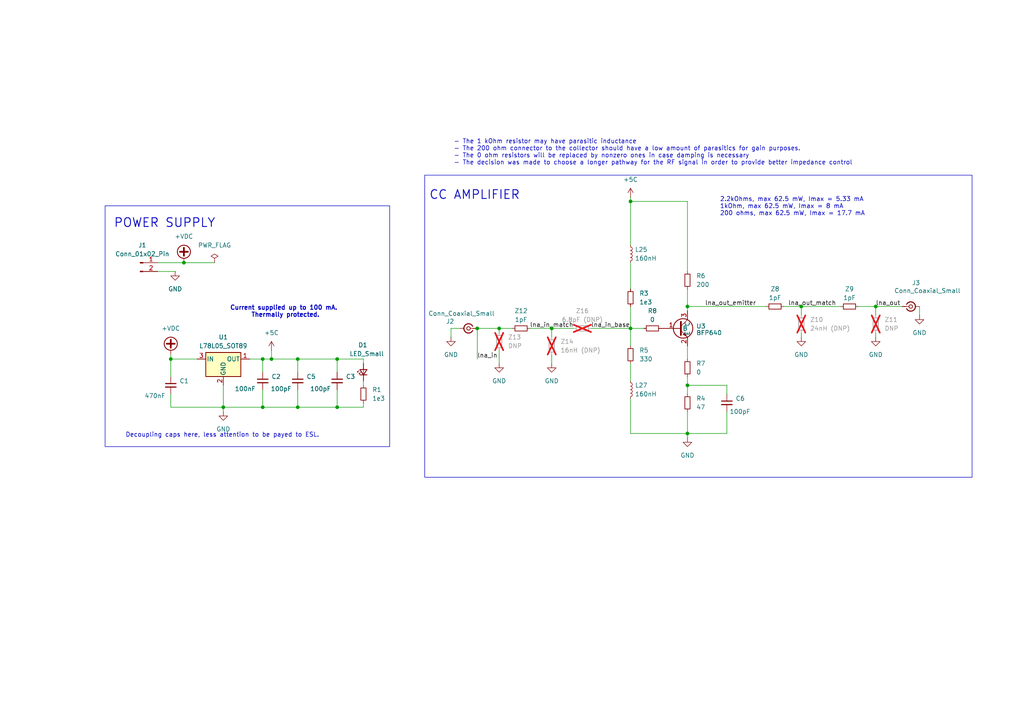
<source format=kicad_sch>
(kicad_sch (version 20231120) (generator "eeschema") (generator_version "8.0")
  (paper "A4")
  (lib_symbols
    (symbol "BFP640_1"
      (property "Reference" "U" (at 4.064 -0.762 0))
      (symbol "BFP640_1_0_1"
        (circle (center -1.27 0) (radius 2.8194) (stroke (width 0.254)))
        (polyline (pts (xy -1.905 0.635) (xy 0 2.54)))
        (polyline (pts (xy -1.905 -0.635) (xy 0 -2.54) (xy 0 -2.54)))
        (polyline (pts (xy -1.905 1.905) (xy -1.905 -1.905) (xy -1.905 -1.905)) (stroke (width 0.508)))
        (polyline (pts (xy -1.27 -1.778) (xy -0.762 -1.27) (xy -0.254 -2.286) (xy -1.27 -1.778) (xy -1.27 -1.778)) (fill (type outline)))
      )
      (symbol "BFP640_1_1_1"
        (pin input line (at -7.62 0 0) (length 5.715) (name "B") (number "1"))
        (pin passive line (at 0 -5.08 90) (length 2.54) (name "E") (number "2"))
        (pin passive line (at 0 5.08 270) (length 2.54) (name "C") (number "3"))
      )
    )
    (symbol "Connector:Conn_01x02_Pin" (pin_names (offset 1.016) hide)
      (property "Reference" "J" (at 0 2.54 0))
      (property "Value" "Conn_01x02_Pin" (at 0 -5.08 0))
      (symbol "Conn_01x02_Pin_1_1"
        (polyline (pts (xy 1.27 -2.54) (xy 0.8636 -2.54)) (stroke (width 0.1524)))
        (polyline (pts (xy 1.27 0) (xy 0.8636 0)) (stroke (width 0.1524)))
        (rectangle (start 0.8636 -2.413) (end 0 -2.667) (stroke (width 0.1524)) (fill (type outline)))
        (rectangle (start 0.8636 0.127) (end 0 -0.127) (stroke (width 0.1524)) (fill (type outline)))
        (pin passive line (at 5.08 0 180) (length 3.81) (name "Pin_1") (number "1"))
        (pin passive line (at 5.08 -2.54 180) (length 3.81) (name "Pin_2") (number "2"))
      )
    )
    (symbol "Connector:Conn_Coaxial_Small" (pin_numbers hide) (pin_names (offset 1.016) hide)
      (property "Reference" "J" (at 0.254 3.048 0))
      (property "Value" "Conn_Coaxial_Small" (at 0 -3.81 0))
      (symbol "Conn_Coaxial_Small_0_1"
        (polyline (pts (xy -2.54 0) (xy -0.508 0)))
        (circle (center 0 0) (radius 0.508) (stroke (width 0.2032)))
      )
      (symbol "Conn_Coaxial_Small_1_1"
        (arc (start -1.1916 -0.6311) (mid 0.327 -1.3081) (end 1.3484 0.0039) (stroke (width 0.3048)))
        (arc (start 1.3484 -0.0039) (mid 0.327 1.3081) (end -1.1916 0.6311) (stroke (width 0.3048)))
        (pin passive line (at -2.54 0 0) (length 1.27) (name "In") (number "1"))
        (pin passive line (at 2.54 0 180) (length 1.27) (name "Ext") (number "2"))
      )
    )
    (symbol "Device:C_Small" (pin_numbers hide) (pin_names (offset 0.254) hide)
      (property "Reference" "C" (at 0.254 1.778 0))
      (property "Value" "C_Small" (at 0.254 -2.032 0))
      (symbol "C_Small_0_1"
        (polyline (pts (xy -1.524 -0.508) (xy 1.524 -0.508)) (stroke (width 0.3302)))
        (polyline (pts (xy -1.524 0.508) (xy 1.524 0.508)) (stroke (width 0.3048)))
      )
      (symbol "C_Small_1_1"
        (pin passive line (at 0 2.54 270) (length 2.032) (name "~") (number "1"))
        (pin passive line (at 0 -2.54 90) (length 2.032) (name "~") (number "2"))
      )
    )
    (symbol "Device:LED_Small" (pin_numbers hide) (pin_names (offset 0.254) hide)
      (property "Reference" "D" (at -1.27 3.175 0))
      (property "Value" "LED_Small" (at -4.445 -2.54 0))
      (symbol "LED_Small_0_1"
        (polyline (pts (xy -0.762 -1.016) (xy -0.762 1.016)) (stroke (width 0.254)))
        (polyline (pts (xy 1.016 0) (xy -0.762 0)))
        (polyline (pts (xy 0.762 -1.016) (xy -0.762 0) (xy 0.762 1.016) (xy 0.762 -1.016)) (stroke (width 0.254)))
        (polyline (pts (xy 0 0.762) (xy -0.508 1.27) (xy -0.254 1.27) (xy -0.508 1.27) (xy -0.508 1.016)))
        (polyline (pts (xy 0.508 1.27) (xy 0 1.778) (xy 0.254 1.778) (xy 0 1.778) (xy 0 1.524)))
      )
      (symbol "LED_Small_1_1"
        (pin passive line (at -2.54 0 0) (length 1.778) (name "K") (number "1"))
        (pin passive line (at 2.54 0 180) (length 1.778) (name "A") (number "2"))
      )
    )
    (symbol "Device:L_Small" (pin_numbers hide) (pin_names (offset 0.254) hide)
      (property "Reference" "L" (at 0.762 1.016 0))
      (property "Value" "L_Small" (at 0.762 -1.016 0))
      (symbol "L_Small_0_1"
        (arc (start 0 -2.032) (mid 0.5058 -1.524) (end 0 -1.016))
        (arc (start 0 -1.016) (mid 0.5058 -0.508) (end 0 0))
        (arc (start 0 0) (mid 0.5058 0.508) (end 0 1.016))
        (arc (start 0 1.016) (mid 0.5058 1.524) (end 0 2.032))
      )
      (symbol "L_Small_1_1"
        (pin passive line (at 0 2.54 270) (length 0.508) (name "~") (number "1"))
        (pin passive line (at 0 -2.54 90) (length 0.508) (name "~") (number "2"))
      )
    )
    (symbol "Device:R_Small" (pin_numbers hide) (pin_names (offset 0.254) hide)
      (property "Reference" "R" (at 0.762 0.508 0))
      (property "Value" "R_Small" (at 0.762 -1.016 0))
      (symbol "R_Small_0_1"
        (rectangle (start -0.762 1.778) (end 0.762 -1.778) (stroke (width 0.2032)))
      )
      (symbol "R_Small_1_1"
        (pin passive line (at 0 2.54 270) (length 0.762) (name "~") (number "1"))
        (pin passive line (at 0 -2.54 90) (length 0.762) (name "~") (number "2"))
      )
    )
    (symbol "Regulator_Linear:L78L05_SOT89" (pin_names (offset 0.254))
      (property "Reference" "U" (at -3.81 3.175 0))
      (property "Value" "L78L05_SOT89" (at -0.635 3.175 0))
      (symbol "L78L05_SOT89_0_1"
        (rectangle (start -5.08 1.905) (end 5.08 -5.08) (stroke (width 0.254)) (fill (type background)))
      )
      (symbol "L78L05_SOT89_1_1"
        (pin power_out line (at 7.62 0 180) (length 2.54) (name "OUT") (number "1"))
        (pin power_in line (at 0 -7.62 90) (length 2.54) (name "GND") (number "2"))
        (pin power_in line (at -7.62 0 0) (length 2.54) (name "IN") (number "3"))
      )
    )
    (symbol "power:+5C" (power) (pin_numbers hide) (pin_names (offset 0) hide)
      (property "Value" "+5C" (at 0 3.556 0))
      (symbol "+5C_0_1"
        (polyline (pts (xy -0.762 1.27) (xy 0 2.54)))
        (polyline (pts (xy 0 0) (xy 0 2.54)))
        (polyline (pts (xy 0 2.54) (xy 0.762 1.27)))
      )
      (symbol "+5C_1_1"
        (pin power_in line (at 0 0 90) (length 0) (name "~") (number "1"))
      )
    )
    (symbol "power:+VDC" (power) (pin_numbers hide) (pin_names (offset 0) hide)
      (property "Value" "+VDC" (at 0 6.35 0))
      (symbol "+VDC_0_1"
        (polyline (pts (xy -1.143 3.175) (xy 1.143 3.175)) (stroke (width 0.508)))
        (polyline (pts (xy 0 0) (xy 0 1.27)))
        (polyline (pts (xy 0 2.032) (xy 0 4.318)) (stroke (width 0.508)))
        (circle (center 0 3.175) (radius 1.905) (stroke (width 0.254)))
      )
      (symbol "+VDC_1_1"
        (pin power_in line (at 0 0 90) (length 0) (name "~") (number "1"))
      )
    )
    (symbol "power:GND" (power) (pin_numbers hide) (pin_names (offset 0) hide)
      (property "Value" "GND" (at 0 -3.81 0))
      (symbol "GND_0_1"
        (polyline (pts (xy 0 0) (xy 0 -1.27) (xy 1.27 -1.27) (xy 0 -2.54) (xy -1.27 -1.27) (xy 0 -1.27)))
      )
      (symbol "GND_1_1"
        (pin power_in line (at 0 0 270) (length 0) (name "~") (number "1"))
      )
    )
    (symbol "power:PWR_FLAG" (power) (pin_numbers hide) (pin_names (offset 0) hide)
      (property "Value" "PWR_FLAG" (at 0 3.81 0))
      (symbol "PWR_FLAG_0_0"
        (pin power_out line (at 0 0 90) (length 0) (name "~") (number "1"))
      )
      (symbol "PWR_FLAG_0_1"
        (polyline (pts (xy 0 0) (xy 0 1.27) (xy -1.016 1.905) (xy 0 2.54) (xy 1.016 1.905) (xy 0 1.27)))
      )
    )
  )
  (junction (at 160.02 95.25))
  (junction (at 49.53 104.14))
  (junction (at 182.88 58.42))
  (junction (at 138.43 95.25))
  (junction (at 199.39 88.9))
  (junction (at 232.41 88.9))
  (junction (at 182.88 95.25))
  (junction (at 144.78 95.25))
  (junction (at 254 88.9))
  (junction (at 76.2 118.11))
  (junction (at 78.74 104.14))
  (junction (at 86.36 104.14))
  (junction (at 97.79 118.11))
  (junction (at 199.39 125.73))
  (junction (at 76.2 104.14))
  (junction (at 97.79 104.14))
  (junction (at 86.36 118.11))
  (junction (at 199.39 111.76))
  (junction (at 53.34 76.2))
  (junction (at 64.77 118.11))
  (wire (pts (xy 97.79 104.14) (xy 105.41 104.14)))
  (wire (pts (xy 182.88 88.9) (xy 182.88 95.25)))
  (wire (pts (xy 160.02 95.25) (xy 160.02 97.79)))
  (wire (pts (xy 97.79 118.11) (xy 105.41 118.11)))
  (wire (pts (xy 53.34 76.2) (xy 62.23 76.2)))
  (wire (pts (xy 182.88 57.15) (xy 182.88 58.42)))
  (wire (pts (xy 76.2 104.14) (xy 78.74 104.14)))
  (wire (pts (xy 254 88.9) (xy 261.62 88.9)))
  (wire (pts (xy 138.43 95.25) (xy 144.78 95.25)))
  (wire (pts (xy 199.39 111.76) (xy 199.39 114.3)))
  (wire (pts (xy 199.39 58.42) (xy 199.39 78.74)))
  (wire (pts (xy 130.81 95.25) (xy 133.35 95.25)))
  (wire (pts (xy 105.41 110.49) (xy 105.41 111.76)))
  (wire (pts (xy 97.79 104.14) (xy 97.79 107.95)))
  (wire (pts (xy 160.02 95.25) (xy 166.37 95.25)))
  (wire (pts (xy 130.81 97.79) (xy 130.81 95.25)))
  (wire (pts (xy 227.33 88.9) (xy 232.41 88.9)))
  (wire (pts (xy 49.53 104.14) (xy 49.53 109.22)))
  (wire (pts (xy 105.41 116.84) (xy 105.41 118.11)))
  (wire (pts (xy 210.82 111.76) (xy 210.82 114.3)))
  (wire (pts (xy 144.78 101.6) (xy 144.78 105.41)))
  (wire (pts (xy 138.43 104.14) (xy 138.43 95.25)))
  (wire (pts (xy 232.41 88.9) (xy 232.41 91.44)))
  (wire (pts (xy 210.82 119.38) (xy 210.82 125.73)))
  (wire (pts (xy 86.36 104.14) (xy 86.36 107.95)))
  (wire (pts (xy 49.53 114.3) (xy 49.53 118.11)))
  (wire (pts (xy 254 88.9) (xy 254 91.44)))
  (wire (pts (xy 199.39 88.9) (xy 199.39 90.17)))
  (wire (pts (xy 78.74 101.6) (xy 78.74 104.14)))
  (wire (pts (xy 248.92 88.9) (xy 254 88.9)))
  (wire (pts (xy 182.88 110.49) (xy 182.88 105.41)))
  (wire (pts (xy 199.39 109.22) (xy 199.39 111.76)))
  (wire (pts (xy 182.88 95.25) (xy 182.88 100.33)))
  (wire (pts (xy 182.88 115.57) (xy 182.88 125.73)))
  (wire (pts (xy 199.39 125.73) (xy 199.39 127)))
  (wire (pts (xy 199.39 119.38) (xy 199.39 125.73)))
  (wire (pts (xy 199.39 100.33) (xy 199.39 104.14)))
  (wire (pts (xy 49.53 118.11) (xy 64.77 118.11)))
  (wire (pts (xy 78.74 104.14) (xy 86.36 104.14)))
  (wire (pts (xy 86.36 113.03) (xy 86.36 118.11)))
  (wire (pts (xy 64.77 119.38) (xy 64.77 118.11)))
  (wire (pts (xy 182.88 95.25) (xy 186.69 95.25)))
  (wire (pts (xy 182.88 58.42) (xy 182.88 71.12)))
  (wire (pts (xy 86.36 104.14) (xy 97.79 104.14)))
  (wire (pts (xy 86.36 118.11) (xy 97.79 118.11)))
  (wire (pts (xy 144.78 95.25) (xy 148.59 95.25)))
  (wire (pts (xy 153.67 95.25) (xy 160.02 95.25)))
  (wire (pts (xy 182.88 125.73) (xy 199.39 125.73)))
  (wire (pts (xy 266.7 88.9) (xy 266.7 91.44)))
  (wire (pts (xy 105.41 105.41) (xy 105.41 104.14)))
  (wire (pts (xy 97.79 113.03) (xy 97.79 118.11)))
  (wire (pts (xy 76.2 113.03) (xy 76.2 118.11)))
  (wire (pts (xy 254 96.52) (xy 254 97.79)))
  (wire (pts (xy 199.39 83.82) (xy 199.39 88.9)))
  (wire (pts (xy 64.77 118.11) (xy 76.2 118.11)))
  (wire (pts (xy 76.2 118.11) (xy 86.36 118.11)))
  (wire (pts (xy 57.15 104.14) (xy 49.53 104.14)))
  (wire (pts (xy 199.39 125.73) (xy 210.82 125.73)))
  (wire (pts (xy 171.45 95.25) (xy 182.88 95.25)))
  (wire (pts (xy 64.77 111.76) (xy 64.77 118.11)))
  (wire (pts (xy 160.02 102.87) (xy 160.02 105.41)))
  (wire (pts (xy 49.53 102.87) (xy 49.53 104.14)))
  (wire (pts (xy 72.39 104.14) (xy 76.2 104.14)))
  (wire (pts (xy 199.39 111.76) (xy 210.82 111.76)))
  (wire (pts (xy 182.88 58.42) (xy 199.39 58.42)))
  (wire (pts (xy 144.78 96.52) (xy 144.78 95.25)))
  (wire (pts (xy 45.72 78.74) (xy 50.8 78.74)))
  (wire (pts (xy 76.2 107.95) (xy 76.2 104.14)))
  (wire (pts (xy 45.72 76.2) (xy 53.34 76.2)))
  (wire (pts (xy 232.41 88.9) (xy 243.84 88.9)))
  (wire (pts (xy 199.39 88.9) (xy 222.25 88.9)))
  (wire (pts (xy 232.41 96.52) (xy 232.41 97.79)))
  (wire (pts (xy 182.88 76.2) (xy 182.88 83.82)))
  (rectangle (start 30.48 59.69) (end 113.03 129.54))
  (rectangle (start 123.19 50.8) (end 281.94 138.43))
  (text "Current supplied up to 100 mA. \nThermally protected." (at 82.804 90.424 0) (effects (font (size 1.27 1.27) (thickness 0.254) (bold yes))))
  (text "2.2kOhms, max 62.5 mW, Imax = 5.33 mA \n1kOhm, max 62.5 mW, Imax = 8 mA\n200 ohms, max 62.5 mW, Imax = 17.7 mA" (at 208.788 59.944 0) (effects (font (size 1.27 1.27) (thickness 0.1588)) (justify left)))
  (text "CC AMPLIFIER\n" (at 137.668 56.642 0) (effects (font (size 2.54 2.54) (thickness 0.254) (bold yes))))
  (text "POWER SUPPLY" (at 47.752 64.77 0) (effects (font (size 2.54 2.54) (thickness 0.254) (bold yes))))
  (text "Decoupling caps here, less attention to be payed to ESL." (at 64.516 126.238 0) (effects (font (size 1.27 1.27) (thickness 0.1588))))
  (text "- The 1 kOhm resistor may have parasitic inductance\n- The 200 ohm connector to the collector should have a low amount of parasitics for gain purposes.\n- The 0 ohm resistors will be replaced by nonzero ones in case damping is necessary\n- The decision was made to choose a longer pathway for the RF signal in order to provide better impedance control" (at 131.572 44.196 0) (effects (font (size 1.27 1.27)) (justify left)))
  (label "lna_out_emitter" (at 204.47 88.9 0))
  (label "lna_out" (at 254 88.9 0))
  (label "lna_in_match" (at 153.67 95.25 0))
  (label "lna_out_match" (at 228.6 88.9 0))
  (label "lna_in_base" (at 171.45 95.25 0))
  (label "lna_in" (at 138.43 104.14 0))
  (symbol (lib_id "power:+VDC") (at 53.34 76.2 0) (unit 1)
    (property "Reference" "#PWR01" (effects (hide yes)))
    (property "Value" "+VDC" (at 53.34 68.58 0))
    (property "Description" "Power symbol creates a global label with name \"+VDC\"" (effects (hide yes)))
  )
  (symbol (lib_id "Device:R_Small") (at 151.13 95.25 270) (unit 1)
    (property "Reference" "Z12" (at 151.13 90.17 90))
    (property "Value" "1pF" (at 151.13 92.71 90))
    (property "Footprint" "Resistor_SMD:R_0402_1005Metric_Pad0.72x0.64mm_HandSolder" (effects (hide yes)))
    (property "Datasheet" "https://wmsc.lcsc.com/wmsc/upload/file/pdf/v2/lcsc/1811081611_Murata-Electronics-GRM1555C1H1R0CA01D_C76953.pdf" (effects (hide yes)))
    (property "Description" "Resistor, small symbol" (effects (hide yes)))
    (property "LCSC Part Number" "C76953" (effects (hide yes)))
    (property "Manufacturing Part Number" "GRM1555C1H1R0CA01D" (effects (hide yes)))
  )
  (symbol (lib_id "Device:R_Small") (at 199.39 81.28 0) (unit 1)
    (property "Reference" "R6" (at 201.93 80.0099 0) (effects (justify left)))
    (property "Value" "200" (at 201.93 82.5499 0) (effects (justify left)))
    (property "Footprint" "Resistor_SMD:R_0402_1005Metric" (effects (hide yes)))
    (property "Datasheet" "https://www.lcsc.com/datasheet/lcsc_datasheet_2205311900_UNI-ROYAL-Uniroyal-Elec-0402WGF2000TCE_C25087.pdf" (effects (hide yes)))
    (property "Description" "Resistor, small symbol" (effects (hide yes)))
    (property "LCSC Part Number" "C25087" (effects (hide yes)))
    (property "Manufacturing Part Number" "0402WGF2000TCE" (effects (hide yes)))
  )
  (symbol (lib_id "power:PWR_FLAG") (at 62.23 76.2 0) (unit 1)
    (property "Reference" "#FLG01" (effects (hide yes)))
    (property "Value" "PWR_FLAG" (at 62.23 71.12 0))
    (property "Description" "Special symbol for telling ERC where power comes from" (effects (hide yes)))
  )
  (symbol (lib_id "Device:C_Small") (at 97.79 110.49 0) (unit 1)
    (property "Reference" "C3" (at 100.33 109.2262 0) (effects (justify left)))
    (property "Value" "100pF" (at 96.012 112.776 0) (effects (justify right)))
    (property "Footprint" "Capacitor_SMD:C_0402_1005Metric" (effects (hide yes)))
    (property "Datasheet" "https://www.lcsc.com/datasheet/lcsc_datasheet_2304140030_FH--Guangdong-Fenghua-Advanced-Tech-0402CG101J500NT_C1546.pdf" (effects (hide yes)))
    (property "Description" "Unpolarized capacitor, small symbol" (effects (hide yes)))
    (property "LCSC Part Number" "C1546" (effects (hide yes)))
    (property "Manufacturing Part Number" "0402CG101J500NT" (effects (hide yes)))
  )
  (symbol (lib_id "power:GND") (at 199.39 127 0) (unit 1)
    (property "Reference" "#PWR010" (effects (hide yes)))
    (property "Value" "GND" (at 199.39 132.08 0))
    (property "Description" "Power symbol creates a global label with name \"GND\" , ground" (effects (hide yes)))
  )
  (symbol (lib_id "Connector:Conn_Coaxial_Small") (at 135.89 95.25 180) (unit 1)
    (property "Reference" "J2" (at 130.556 93.218 0))
    (property "Value" "Conn_Coaxial_Small" (at 133.858 90.932 0))
    (property "Footprint" "Library:SMA_Amphenol_901-143_Vertical" (effects (hide yes)))
    (property "Datasheet" "https://www.lcsc.com/datasheet/lcsc_datasheet_2405210917_BAT-WIRELESS-BWSMA-KE-Z001_C496549.pdf" (effects (hide yes)))
    (property "Description" "small coaxial connector (BNC, SMA, SMB, SMC, Cinch/RCA, LEMO, ...)" (effects (hide yes)))
    (property "LCSC Part Number" "C496549" (effects (hide yes)))
    (property "Manufacturing Part Number" "BWSMA-KE-Z001" (effects (hide yes)))
  )
  (symbol (lib_id "power:GND") (at 160.02 105.41 0) (unit 1)
    (property "Reference" "#PWR07" (effects (hide yes)))
    (property "Value" "GND" (at 160.02 110.49 0))
    (property "Description" "Power symbol creates a global label with name \"GND\" , ground" (effects (hide yes)))
  )
  (symbol (lib_id "Device:L_Small") (at 182.88 113.03 0) (unit 1)
    (property "Reference" "L27" (at 184.15 111.7599 0) (effects (justify left)))
    (property "Value" "160nH" (at 184.15 114.2999 0) (effects (justify left)))
    (property "Footprint" "Inductor_SMD:L_0603_1608Metric" (effects (hide yes)))
    (property "Datasheet" "https://www.lcsc.com/datasheet/lcsc_datasheet_2304140030_Murata-Electronics-LQW18ANR16J00D_C140445.pdf" (effects (hide yes)))
    (property "Description" "Inductor, small symbol" (effects (hide yes)))
    (property "LCSC Part Number" "C140445" (effects (hide yes)))
    (property "Manufacturing Part Number" "LQW18ANR16J00D" (effects (hide yes)))
  )
  (symbol (lib_id "Device:R_Small") (at 254 93.98 180) (unit 1) (dnp yes)
    (property "Reference" "Z11" (at 256.54 92.7099 0) (effects (justify right)))
    (property "Value" "DNP" (at 256.54 95.2499 0) (effects (justify right)))
    (property "Footprint" "Resistor_SMD:R_0402_1005Metric_Pad0.72x0.64mm_HandSolder" (effects (hide yes)))
    (property "Description" "Resistor, small symbol" (effects (hide yes)))
  )
  (symbol (lib_id "power:+5C") (at 182.88 57.15 0) (unit 1)
    (property "Reference" "#PWR05" (effects (hide yes)))
    (property "Value" "+5C" (at 182.88 52.07 0))
    (property "Description" "Power symbol creates a global label with name \"+5C\"" (effects (hide yes)))
  )
  (symbol (lib_id "Regulator_Linear:L78L05_SOT89") (at 64.77 104.14 0) (unit 1)
    (property "Reference" "U1" (at 64.77 97.79 0))
    (property "Value" "L78L05_SOT89" (at 64.77 100.33 0))
    (property "Footprint" "Package_TO_SOT_SMD:SOT-89-3" (effects (hide yes)))
    (property "Datasheet" "http://www.st.com/content/ccc/resource/technical/document/datasheet/15/55/e5/aa/23/5b/43/fd/CD00000446.pdf/files/CD00000446.pdf/jcr:content/translations/en.CD00000446.pdf" (effects (hide yes)))
    (property "Description" "Positive 100mA 30V Linear Regulator, Fixed Output 5V, SOT-89" (effects (hide yes)))
    (property "LCSC Part Number" "C71136" (effects (hide yes)))
    (property "Manufacturing Part Number" "78L05G-AB3-R " (effects (hide yes)))
  )
  (symbol (lib_id "power:GND") (at 130.81 97.79 0) (unit 1)
    (property "Reference" "#PWR06" (effects (hide yes)))
    (property "Value" "GND" (at 130.81 102.87 0))
    (property "Description" "Power symbol creates a global label with name \"GND\" , ground" (effects (hide yes)))
  )
  (symbol (lib_id "Connector:Conn_Coaxial_Small") (at 264.16 88.9 0) (unit 1)
    (property "Reference" "J3" (at 265.684 82.042 0))
    (property "Value" "Conn_Coaxial_Small" (at 268.986 84.328 0))
    (property "Footprint" "Library:SMA_Amphenol_901-143_Vertical" (effects (hide yes)))
    (property "Datasheet" "https://www.lcsc.com/datasheet/lcsc_datasheet_2405210917_BAT-WIRELESS-BWSMA-KE-Z001_C496549.pdf" (effects (hide yes)))
    (property "Description" "small coaxial connector (BNC, SMA, SMB, SMC, Cinch/RCA, LEMO, ...)" (effects (hide yes)))
    (property "LCSC Part Number" "C496549" (effects (hide yes)))
    (property "Manufacturing Part Number" "BWSMA-KE-Z001" (effects (hide yes)))
  )
  (symbol (lib_id "Device:L_Small") (at 182.88 73.66 0) (unit 1)
    (property "Reference" "L25" (at 184.15 72.3899 0) (effects (justify left)))
    (property "Value" "160nH" (at 184.15 74.9299 0) (effects (justify left)))
    (property "Footprint" "Inductor_SMD:L_0603_1608Metric" (effects (hide yes)))
    (property "Datasheet" "https://www.lcsc.com/datasheet/lcsc_datasheet_2304140030_Murata-Electronics-LQW18ANR16J00D_C140445.pdf" (effects (hide yes)))
    (property "Description" "Inductor, small symbol" (effects (hide yes)))
    (property "LCSC Part Number" "C140445" (effects (hide yes)))
    (property "Manufacturing Part Number" "LQW18ANR16J00D" (effects (hide yes)))
  )
  (symbol (lib_id "power:GND") (at 232.41 97.79 0) (unit 1)
    (property "Reference" "#PWR012" (effects (hide yes)))
    (property "Value" "GND" (at 232.41 102.87 0))
    (property "Description" "Power symbol creates a global label with name \"GND\" , ground" (effects (hide yes)))
  )
  (symbol (lib_id "Device:LED_Small") (at 105.41 107.95 90) (unit 1)
    (property "Reference" "D1" (at 103.886 100.076 90) (effects (justify right)))
    (property "Value" "LED_Small" (at 101.346 102.616 90) (effects (justify right)))
    (property "Footprint" "LED_SMD:LED_0603_1608Metric" (effects (hide yes)))
    (property "Datasheet" "https://jlcpcb.com/api/file/downloadByFileSystemAccessId/8550723991833485312" (effects (hide yes)))
    (property "Description" "Light emitting diode, small symbol" (effects (hide yes)))
    (property "LCSC Part Number" "C2286" (effects (hide yes)))
    (property "Manufacturing Part Number" "KT-0603R" (effects (hide yes)))
  )
  (symbol (lib_id "Device:C_Small") (at 49.53 111.76 0) (unit 1)
    (property "Reference" "C1" (at 52.07 110.4962 0) (effects (justify left)))
    (property "Value" "470nF" (at 41.91 114.808 0) (effects (justify left)))
    (property "Footprint" "Capacitor_SMD:C_0603_1608Metric" (effects (hide yes)))
    (property "Datasheet" "https://www.lcsc.com/datasheet/lcsc_datasheet_2304140030_Samsung-Electro-Mechanics-CL10B474KA8NNNC_C1623.pdf" (effects (hide yes)))
    (property "Description" "Unpolarized capacitor, small symbol" (effects (hide yes)))
    (property "LCSC Part Number" "C1623" (effects (hide yes)))
    (property "Manufacturing Part Number" "CL10B474KA8NNNC" (effects (hide yes)))
  )
  (symbol (lib_id "power:GND") (at 50.8 78.74 0) (unit 1)
    (property "Reference" "#PWR03" (effects (hide yes)))
    (property "Value" "GND" (at 50.8 83.82 0))
    (property "Description" "Power symbol creates a global label with name \"GND\" , ground" (effects (hide yes)))
  )
  (symbol (lib_id "power:GND") (at 254 97.79 0) (unit 1)
    (property "Reference" "#PWR031" (effects (hide yes)))
    (property "Value" "GND" (at 254 102.87 0))
    (property "Description" "Power symbol creates a global label with name \"GND\" , ground" (effects (hide yes)))
  )
  (symbol (lib_id "Device:R_Small") (at 224.79 88.9 270) (unit 1)
    (property "Reference" "Z8" (at 224.79 83.82 90))
    (property "Value" "1pF" (at 224.79 86.36 90))
    (property "Footprint" "Resistor_SMD:R_0402_1005Metric_Pad0.72x0.64mm_HandSolder" (effects (hide yes)))
    (property "Datasheet" "https://wmsc.lcsc.com/wmsc/upload/file/pdf/v2/lcsc/1811081611_Murata-Electronics-GRM1555C1H1R0CA01D_C76953.pdf" (effects (hide yes)))
    (property "Description" "Resistor, small symbol" (effects (hide yes)))
    (property "LCSC Part Number" "C76953" (effects (hide yes)))
    (property "Manufacturing Part Number" "GRM1555C1H1R0CA01D" (effects (hide yes)))
  )
  (symbol (lib_id "Device:R_Small") (at 182.88 102.87 0) (unit 1)
    (property "Reference" "R5" (at 185.42 101.5999 0) (effects (justify left)))
    (property "Value" "330" (at 185.42 104.1399 0) (effects (justify left)))
    (property "Footprint" "Resistor_SMD:R_0402_1005Metric" (effects (hide yes)))
    (property "Datasheet" "https://www.lcsc.com/datasheet/lcsc_datasheet_2205311900_UNI-ROYAL-Uniroyal-Elec-0402WGF3300TCE_C25104.pdf" (effects (hide yes)))
    (property "Description" "Resistor, small symbol" (effects (hide yes)))
    (property "Manufacturing Part Number" "0402WGF3300TCE" (effects (hide yes)))
    (property "LCSC Part Number" "C25104" (effects (hide yes)))
  )
  (symbol (lib_id "Device:C_Small") (at 86.36 110.49 0) (unit 1)
    (property "Reference" "C5" (at 88.9 109.2262 0) (effects (justify left)))
    (property "Value" "100pF" (at 84.582 112.776 0) (effects (justify right)))
    (property "Footprint" "Capacitor_SMD:C_0402_1005Metric" (effects (hide yes)))
    (property "Datasheet" "https://www.lcsc.com/datasheet/lcsc_datasheet_2304140030_FH--Guangdong-Fenghua-Advanced-Tech-0402CG101J500NT_C1546.pdf" (effects (hide yes)))
    (property "Description" "Unpolarized capacitor, small symbol" (effects (hide yes)))
    (property "LCSC Part Number" "C1546" (effects (hide yes)))
    (property "Manufacturing Part Number" "0402CG101J500NT" (effects (hide yes)))
  )
  (symbol (lib_id "power:+5C") (at 78.74 101.6 0) (unit 1)
    (property "Reference" "#PWR08" (effects (hide yes)))
    (property "Value" "+5C" (at 78.74 96.52 0))
    (property "Description" "Power symbol creates a global label with name \"+5C\"" (effects (hide yes)))
  )
  (symbol (lib_id "Device:R_Small") (at 246.38 88.9 270) (unit 1)
    (property "Reference" "Z9" (at 246.38 83.82 90))
    (property "Value" "1pF" (at 246.38 86.36 90))
    (property "Footprint" "Resistor_SMD:R_0402_1005Metric_Pad0.72x0.64mm_HandSolder" (effects (hide yes)))
    (property "Datasheet" "https://wmsc.lcsc.com/wmsc/upload/file/pdf/v2/lcsc/1811081611_Murata-Electronics-GRM1555C1H1R0CA01D_C76953.pdf" (effects (hide yes)))
    (property "Description" "Resistor, small symbol" (effects (hide yes)))
    (property "LCSC Part Number" "C76953" (effects (hide yes)))
    (property "Manufacturing Part Number" "GRM1555C1H1R0CA01D" (effects (hide yes)))
  )
  (symbol (lib_id "power:+VDC") (at 49.53 102.87 0) (unit 1)
    (property "Reference" "#PWR09" (effects (hide yes)))
    (property "Value" "+VDC" (at 49.53 95.25 0))
    (property "Description" "Power symbol creates a global label with name \"+VDC\"" (effects (hide yes)))
  )
  (symbol (lib_id "Connector:Conn_01x02_Pin") (at 40.64 76.2 0) (unit 1)
    (property "Reference" "J1" (at 41.275 71.12 0))
    (property "Value" "Conn_01x02_Pin" (at 41.275 73.66 0))
    (property "Footprint" "Connector_Wire:SolderWire-0.25sqmm_1x02_P4.2mm_D0.65mm_OD1.7mm" (effects (hide yes)))
    (property "Description" "Generic connector, single row, 01x02, script generated" (effects (hide yes)))
  )
  (symbol (lib_id "Device:R_Small") (at 105.41 114.3 0) (unit 1)
    (property "Reference" "R1" (at 107.95 113.0299 0) (effects (justify left)))
    (property "Value" "1e3" (at 107.95 115.5699 0) (effects (justify left)))
    (property "Footprint" "Resistor_SMD:R_0402_1005Metric" (effects (hide yes)))
    (property "Datasheet" "https://www.lcsc.com/datasheet/lcsc_datasheet_2206010216_UNI-ROYAL-Uniroyal-Elec-0402WGF0000TCE_C17168.pdf" (effects (hide yes)))
    (property "Description" "Resistor, small symbol" (effects (hide yes)))
    (property "Manufacturing Part Number" "0402WGF1001TCE" (effects (hide yes)))
    (property "LCSC Part Number" "C11702" (effects (hide yes)))
  )
  (symbol (lib_id "Device:R_Small") (at 189.23 95.25 90) (unit 1)
    (property "Reference" "R8" (at 189.23 90.17 90))
    (property "Value" "0" (at 189.23 92.71 90))
    (property "Footprint" "Resistor_SMD:R_0402_1005Metric_Pad0.72x0.64mm_HandSolder" (effects (hide yes)))
    (property "Datasheet" "https://www.lcsc.com/datasheet/lcsc_datasheet_2206010216_UNI-ROYAL-Uniroyal-Elec-0402WGF0000TCE_C17168.pdf" (effects (hide yes)))
    (property "Description" "Resistor, small symbol" (effects (hide yes)))
    (property "LCSC Part Number" "C17168" (effects (hide yes)))
    (property "Manufacturing Part Number" "0402WGF0000TCE" (effects (hide yes)))
  )
  (symbol (lib_id "Device:R_Small") (at 168.91 95.25 270) (unit 1) (dnp yes)
    (property "Reference" "Z16" (at 168.91 90.17 90))
    (property "Value" "6.8pF (DNP)" (at 168.91 92.71 90))
    (property "Footprint" "Resistor_SMD:R_0402_1005Metric_Pad0.72x0.64mm_HandSolder" (effects (hide yes)))
    (property "Description" "Resistor, small symbol" (effects (hide yes)))
  )
  (symbol (lib_name "BFP640_1") (lib_id "rf_lna:BFP640") (at 199.39 95.25 0) (unit 1)
    (property "Reference" "U3" (at 201.93 94.6149 0) (effects (justify left)))
    (property "Value" "BFP640" (at 201.93 96.52 0) (effects (justify left)))
    (property "Footprint" "Library:BFP640" (effects (hide yes)))
    (property "Datasheet" "https://www.lcsc.com/datasheet/lcsc_datasheet_2304140030_Infineon-Technologies-BFP640H6327_C439781.pdf" (effects (hide yes)))
    (property "LCSC Part Number" "C439781" (effects (hide yes)))
    (property "Manufacturing Part Number" "BFP640H6327" (effects (hide yes)))
  )
  (symbol (lib_id "power:GND") (at 266.7 91.44 0) (unit 1)
    (property "Reference" "#PWR013" (effects (hide yes)))
    (property "Value" "GND" (at 266.7 96.52 0))
    (property "Description" "Power symbol creates a global label with name \"GND\" , ground" (effects (hide yes)))
  )
  (symbol (lib_id "Device:C_Small") (at 210.82 116.84 0) (unit 1)
    (property "Reference" "C6" (at 213.36 115.5762 0) (effects (justify left)))
    (property "Value" "100pF" (at 217.678 119.38 0) (effects (justify right)))
    (property "Footprint" "Capacitor_SMD:C_0402_1005Metric" (effects (hide yes)))
    (property "Datasheet" "https://www.lcsc.com/datasheet/lcsc_datasheet_2304140030_FH--Guangdong-Fenghua-Advanced-Tech-0402CG101J500NT_C1546.pdf" (effects (hide yes)))
    (property "Description" "Unpolarized capacitor, small symbol" (effects (hide yes)))
    (property "LCSC Part Number" "C1546" (effects (hide yes)))
    (property "Manufacturing Part Number" "0402CG101J500NT" (effects (hide yes)))
  )
  (symbol (lib_id "power:GND") (at 144.78 105.41 0) (unit 1)
    (property "Reference" "#PWR027" (effects (hide yes)))
    (property "Value" "GND" (at 144.78 110.49 0))
    (property "Description" "Power symbol creates a global label with name \"GND\" , ground" (effects (hide yes)))
  )
  (symbol (lib_id "Device:R_Small") (at 232.41 93.98 180) (unit 1) (dnp yes)
    (property "Reference" "Z10" (at 234.95 92.7099 0) (effects (justify right)))
    (property "Value" "24nH (DNP)" (at 234.95 95.2499 0) (effects (justify right)))
    (property "Footprint" "Resistor_SMD:R_0402_1005Metric_Pad0.72x0.64mm_HandSolder" (effects (hide yes)))
    (property "Description" "Resistor, small symbol" (effects (hide yes)))
  )
  (symbol (lib_id "Device:C_Small") (at 76.2 110.49 0) (unit 1)
    (property "Reference" "C2" (at 78.74 109.2262 0) (effects (justify left)))
    (property "Value" "100nF" (at 74.168 112.776 0) (effects (justify right)))
    (property "Footprint" "Capacitor_SMD:C_0402_1005Metric" (effects (hide yes)))
    (property "Datasheet" "https://www.lcsc.com/datasheet/lcsc_datasheet_2304140030_Samsung-Electro-Mechanics-CL05B104KO5NNNC_C1525.pdf" (effects (hide yes)))
    (property "Description" "Unpolarized capacitor, small symbol" (effects (hide yes)))
    (property "LCSC Part Number" "C1525" (effects (hide yes)))
    (property "Manufacturing Part Number" "CL05B104KO5NNNC" (effects (hide yes)))
  )
  (symbol (lib_id "power:GND") (at 64.77 119.38 0) (unit 1)
    (property "Reference" "#PWR04" (effects (hide yes)))
    (property "Value" "GND" (at 64.77 124.46 0))
    (property "Description" "Power symbol creates a global label with name \"GND\" , ground" (effects (hide yes)))
  )
  (symbol (lib_id "Device:R_Small") (at 144.78 99.06 180) (unit 1) (dnp yes)
    (property "Reference" "Z13" (at 147.32 97.7899 0) (effects (justify right)))
    (property "Value" "DNP" (at 147.32 100.3299 0) (effects (justify right)))
    (property "Footprint" "Resistor_SMD:R_0402_1005Metric_Pad0.72x0.64mm_HandSolder" (effects (hide yes)))
    (property "Description" "Resistor, small symbol" (effects (hide yes)))
  )
  (symbol (lib_id "Device:R_Small") (at 182.88 86.36 0) (unit 1)
    (property "Reference" "R3" (at 185.42 85.0899 0) (effects (justify left)))
    (property "Value" "1e3" (at 185.42 87.6299 0) (effects (justify left)))
    (property "Footprint" "Resistor_SMD:R_0402_1005Metric" (effects (hide yes)))
    (property "Datasheet" "https://www.lcsc.com/datasheet/lcsc_datasheet_2206010216_UNI-ROYAL-Uniroyal-Elec-0402WGF0000TCE_C17168.pdf" (effects (hide yes)))
    (property "Description" "Resistor, small symbol" (effects (hide yes)))
    (property "Manufacturing Part Number" "0402WGF1001TCE" (effects (hide yes)))
    (property "LCSC Part Number" "C11702" (effects (hide yes)))
  )
  (symbol (lib_id "Device:R_Small") (at 199.39 106.68 180) (unit 1)
    (property "Reference" "R7" (at 201.93 105.4099 0) (effects (justify right)))
    (property "Value" "0" (at 201.93 107.9499 0) (effects (justify right)))
    (property "Footprint" "Resistor_SMD:R_0402_1005Metric_Pad0.72x0.64mm_HandSolder" (effects (hide yes)))
    (property "Datasheet" "https://www.lcsc.com/datasheet/lcsc_datasheet_2206010216_UNI-ROYAL-Uniroyal-Elec-0402WGF0000TCE_C17168.pdf" (effects (hide yes)))
    (property "Description" "Resistor, small symbol" (effects (hide yes)))
    (property "LCSC Part Number" "C17168" (effects (hide yes)))
    (property "Manufacturing Part Number" "0402WGF0000TCE" (effects (hide yes)))
  )
  (symbol (lib_id "Device:R_Small") (at 160.02 100.33 180) (unit 1) (dnp yes)
    (property "Reference" "Z14" (at 162.56 99.0599 0) (effects (justify right)))
    (property "Value" "16nH (DNP)" (at 162.56 101.5999 0) (effects (justify right)))
    (property "Footprint" "Resistor_SMD:R_0402_1005Metric_Pad0.72x0.64mm_HandSolder" (effects (hide yes)))
    (property "Description" "Resistor, small symbol" (effects (hide yes)))
  )
  (symbol (lib_id "Device:R_Small") (at 199.39 116.84 0) (unit 1)
    (property "Reference" "R4" (at 201.93 115.5699 0) (effects (justify left)))
    (property "Value" "47" (at 201.93 118.1099 0) (effects (justify left)))
    (property "Footprint" "Resistor_SMD:R_0603_1608Metric" (effects (hide yes)))
    (property "Datasheet" "https://www.lcsc.com/datasheet/lcsc_datasheet_2206010216_UNI-ROYAL-Uniroyal-Elec-0402WGF0000TCE_C17168.pdf" (effects (hide yes)))
    (property "Description" "Resistor, small symbol" (effects (hide yes)))
    (property "LCSC Part Number" "C23182" (effects (hide yes)))
    (property "Manufacturing Part Number" "0603WAF470JT5E" (effects (hide yes)))
  )
)
</source>
